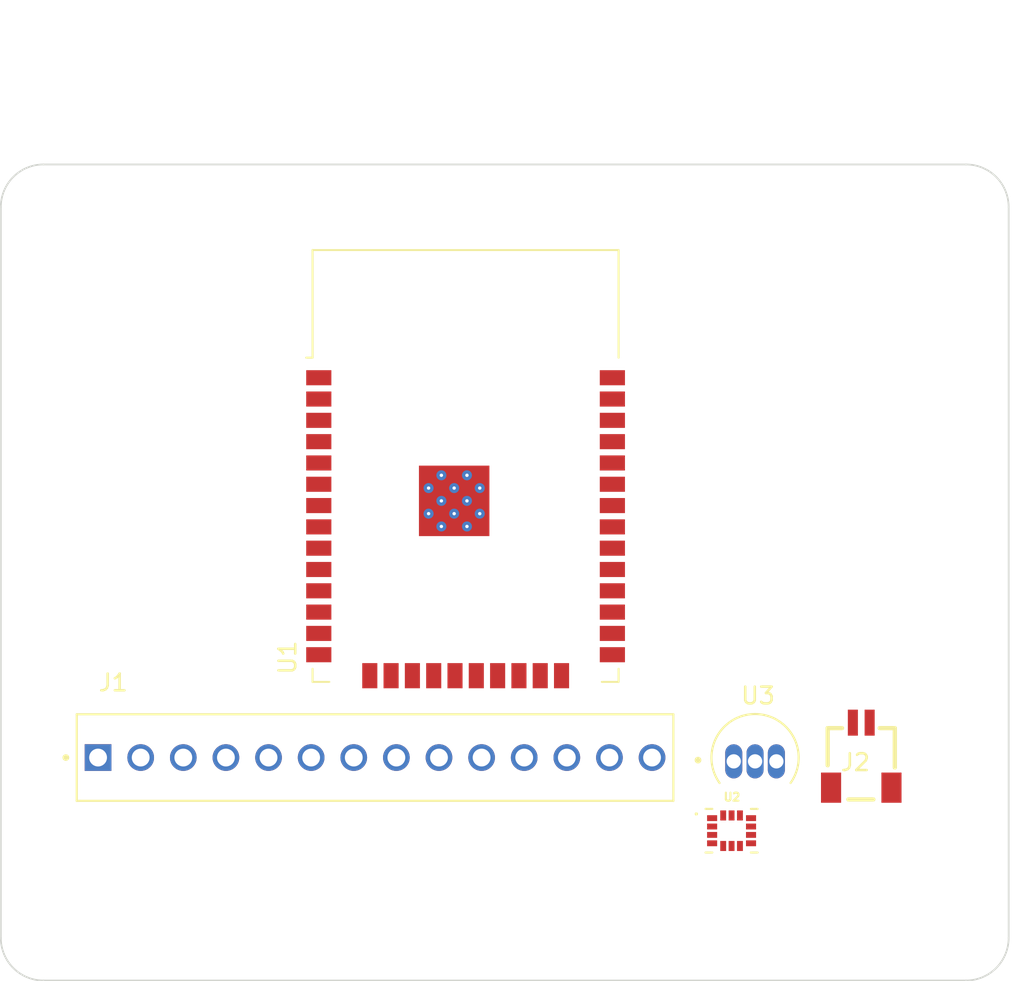
<source format=kicad_pcb>
(kicad_pcb (version 20221018) (generator pcbnew)
  (layers (0 "F.Cu" signal) (31 "B.Cu" signal) (34 "B.Paste" user) (35 "F.Paste" user) (36 "B.SilkS" user "B.Silkscreen") (37 "F.SilkS" user "F.Silkscreen") (38 "B.Mask" user) (39 "F.Mask" user) (44 "Edge.Cuts" user))
  (net 0 "")
  (net 1 "+3.3V")
  (net 2 "GND")
  (net 4 "MISO")
  (net 5 "MOSI")
  (net 6 "CLK")
  (net 7 "CS2")
  (net 9 "CS0")
  (net 10 "Net-(U3-IN)")
  (net 11 "3.3V")
  (net 34 "CS1")
  (net 36 "Net-(BZ1-+)")
  (footprint "LSM6DSMTR (1):PQFN50P300X250X86-14N" (layer "F.Cu") (at 149.474 106.451)
    (fp_text reference "U2" (at 0.024 -2.0048) (layer "F.SilkS") (effects (font (size 0.48 0.48))))
    (fp_text value "LSM6DSMTR")
    (fp_line (start -1.55 1.3) (end -1.15 1.3) (stroke (width 0.127)) (layer "F.SilkS"))
    (fp_line (start -1.15 -1.3) (end -1.55 -1.3) (stroke (width 0.127)) (layer "F.SilkS"))
    (fp_line (start 1.55 -1.3) (end 1.15 -1.3) (stroke (width 0.127)) (layer "F.SilkS"))
    (fp_line (start 1.55 1.3) (end 1.15 1.3) (stroke (width 0.127)) (layer "F.SilkS"))
    (fp_circle (center -2.1 -1) (end -2.05 -1) (stroke (width 0.1)) (fill none) (layer "F.SilkS"))
    (pad "1" smd rect (at -1.16 -0.75) (size 0.6 0.35) (layers "F.Cu" "F.Paste" "F.Mask") (net 4 "MISO"))
    (pad "2" smd rect (at -1.16 -0.25) (size 0.6 0.35) (layers "F.Cu" "F.Paste" "F.Mask") (net 2 "GND"))
    (pad "3" smd rect (at -1.16 0.25) (size 0.6 0.35) (layers "F.Cu" "F.Paste" "F.Mask") (net 2 "GND"))
    (pad "4" smd rect (at -1.16 0.75) (size 0.6 0.35) (layers "F.Cu" "F.Paste" "F.Mask"))
    (pad "5" smd rect (at -0.5 0.91 90) (size 0.6 0.35) (layers "F.Cu" "F.Paste" "F.Mask"))
    (pad "6" smd rect (at 0 0.91 90) (size 0.6 0.35) (layers "F.Cu" "F.Paste" "F.Mask") (net 2 "GND"))
    (pad "7" smd rect (at 0.5 0.91 90) (size 0.6 0.35) (layers "F.Cu" "F.Paste" "F.Mask") (net 2 "GND"))
    (pad "8" smd rect (at 1.16 0.75) (size 0.6 0.35) (layers "F.Cu" "F.Paste" "F.Mask") (net 1 "+3.3V"))
    (pad "9" smd rect (at 1.16 0.25) (size 0.6 0.35) (layers "F.Cu" "F.Paste" "F.Mask"))
    (pad "10" smd rect (at 1.16 -0.25) (size 0.6 0.35) (layers "F.Cu" "F.Paste" "F.Mask"))
    (pad "11" smd rect (at 1.16 -0.75) (size 0.6 0.35) (layers "F.Cu" "F.Paste" "F.Mask"))
    (pad "12" smd rect (at 0.5 -0.91 90) (size 0.6 0.35) (layers "F.Cu" "F.Paste" "F.Mask") (net 34 "CS1"))
    (pad "13" smd rect (at 0 -0.91 90) (size 0.6 0.35) (layers "F.Cu" "F.Paste" "F.Mask") (net 6 "CLK"))
    (pad "14" smd rect (at -0.5 -0.91 90) (size 0.6 0.35) (layers "F.Cu" "F.Paste" "F.Mask") (net 5 "MOSI"))
  )
  (footprint "SM02B-SRSS-TB_LF__SN_:SM02B-SRSS-TB_LF__SN_" (layer "F.Cu") (at 157.204 101.986)
    (fp_text reference "J2" (at -0.346857 0.390964) (layer "F.SilkS") (effects (font (size 1.00248 1.00248))))
    (fp_text value "SM02B-SRSS-TB_LF__SN_")
    (fp_line (start -2 -1.65) (end -2 0.563) (stroke (width 0.254)) (layer "F.SilkS"))
    (fp_line (start -2 -1.65) (end -1.145 -1.65) (stroke (width 0.254)) (layer "F.SilkS"))
    (fp_line (start -0.767 2.6) (end 0.722 2.6) (stroke (width 0.254)) (layer "F.SilkS"))
    (fp_line (start 2 -1.65) (end 1.1 -1.65) (stroke (width 0.254)) (layer "F.SilkS"))
    (fp_line (start 2 -1.65) (end 2 0.697) (stroke (width 0.254)) (layer "F.SilkS"))
    (pad "1" smd rect (at -0.5 -1.975 90) (size 1.55 0.6) (layers "F.Cu" "F.Paste" "F.Mask") (net 10 "Net-(U3-IN)"))
    (pad "2" smd rect (at 0.5 -1.975 90) (size 1.55 0.6) (layers "F.Cu" "F.Paste" "F.Mask") (net 2 "GND"))
    (pad "3" smd rect (at -1.8 1.9 90) (size 1.8 1.2) (layers "F.Cu" "F.Paste" "F.Mask"))
    (pad "4" smd rect (at 1.8 1.9 90) (size 1.8 1.2) (layers "F.Cu" "F.Paste" "F.Mask"))
  )
  (footprint "LP2950CZ-3.3_LFT3:TO92127P521H735-3" (layer "F.Cu") (at 150.874 101.541873)
    (fp_text reference "U3" (at 0.175 -3.135) (layer "F.SilkS"))
    (fp_text value "LP2950CZ-3.3_LFT3")
    (fp_arc (start -2.116 2.063) (mid 0 -2.045468) (end 2.116 2.063) (stroke (width 0.127)) (layer "F.SilkS"))
    (fp_circle (center -3.4 0.7) (end -3.3 0.7) (stroke (width 0.2)) (fill none) (layer "F.SilkS"))
    (pad "1" thru_hole oval (at -1.27 0.775) (size 1.016 2.032) (drill 0.85) (layers "*.Cu" "*.Mask") (net 11 "3.3V"))
    (pad "2" thru_hole oval (at 0 0.775) (size 1.016 2.032) (drill 0.85) (layers "*.Cu" "*.Mask") (net 2 "GND"))
    (pad "3" thru_hole oval (at 1.27 0.775) (size 1.016 2.032) (drill 0.85) (layers "*.Cu" "*.Mask") (net 10 "Net-(U3-IN)"))
  )
  (footprint "69167-114HLF:AMPHENOL_69167-114HLF" (layer "F.Cu") (at 128.224 102.091)
    (fp_text reference "J1" (at -15.605 -4.465) (layer "F.SilkS"))
    (fp_text value "69167-114HLF")
    (fp_line (start -17.78 2.58) (end -17.78 -2.58) (stroke (width 0.127)) (layer "F.SilkS"))
    (fp_line (start 17.78 -2.58) (end -17.78 -2.58) (stroke (width 0.127)) (layer "F.SilkS"))
    (fp_line (start 17.78 -2.58) (end 17.78 2.58) (stroke (width 0.127)) (layer "F.SilkS"))
    (fp_line (start 17.78 2.58) (end -17.78 2.58) (stroke (width 0.127)) (layer "F.SilkS"))
    (fp_circle (center -18.43 0) (end -18.33 0) (stroke (width 0.2)) (fill none) (layer "F.SilkS"))
    (pad "01" thru_hole rect (at -16.51 0) (size 1.59 1.59) (drill 1.06) (layers "*.Cu" "*.Mask") (net 1 "+3.3V"))
    (pad "02" thru_hole circle (at -13.97 0) (size 1.59 1.59) (drill 1.06) (layers "*.Cu" "*.Mask") (net 2 "GND"))
    (pad "03" thru_hole circle (at -11.43 0) (size 1.59 1.59) (drill 1.06) (layers "*.Cu" "*.Mask"))
    (pad "04" thru_hole circle (at -8.89 0) (size 1.59 1.59) (drill 1.06) (layers "*.Cu" "*.Mask") (net 4 "MISO"))
    (pad "05" thru_hole circle (at -6.35 0) (size 1.59 1.59) (drill 1.06) (layers "*.Cu" "*.Mask") (net 5 "MOSI"))
    (pad "06" thru_hole circle (at -3.81 0) (size 1.59 1.59) (drill 1.06) (layers "*.Cu" "*.Mask") (net 6 "CLK"))
    (pad "07" thru_hole circle (at -1.27 0) (size 1.59 1.59) (drill 1.06) (layers "*.Cu" "*.Mask") (net 7 "CS2"))
    (pad "08" thru_hole circle (at 1.27 0) (size 1.59 1.59) (drill 1.06) (layers "*.Cu" "*.Mask") (net 1 "+3.3V"))
    (pad "09" thru_hole circle (at 3.81 0) (size 1.59 1.59) (drill 1.06) (layers "*.Cu" "*.Mask") (net 2 "GND"))
    (pad "10" thru_hole circle (at 6.35 0) (size 1.59 1.59) (drill 1.06) (layers "*.Cu" "*.Mask"))
    (pad "11" thru_hole circle (at 8.89 0) (size 1.59 1.59) (drill 1.06) (layers "*.Cu" "*.Mask") (net 4 "MISO"))
    (pad "12" thru_hole circle (at 11.43 0) (size 1.59 1.59) (drill 1.06) (layers "*.Cu" "*.Mask") (net 5 "MOSI"))
    (pad "13" thru_hole circle (at 13.97 0) (size 1.59 1.59) (drill 1.06) (layers "*.Cu" "*.Mask") (net 6 "CLK"))
    (pad "14" thru_hole circle (at 16.51 0) (size 1.59 1.59) (drill 1.06) (layers "*.Cu" "*.Mask") (net 9 "CS0"))
  )
  (footprint "RF_Module:ESP32-WROOM-32" (layer "F.Cu") (at 133.619 87.701)
    (fp_text reference "U1" (at -10.61 8.43 90) (layer "F.SilkS"))
    (fp_text value "ESP32-WROOM-32")
    (fp_line (start -9.12 -15.86) (end -9.12 -9.445) (stroke (width 0.12)) (layer "F.SilkS"))
    (fp_line (start -9.12 -15.86) (end 9.12 -15.86) (stroke (width 0.12)) (layer "F.SilkS"))
    (fp_line (start -9.12 -9.445) (end -9.5 -9.445) (stroke (width 0.12)) (layer "F.SilkS"))
    (fp_line (start -9.12 9.1) (end -9.12 9.88) (stroke (width 0.12)) (layer "F.SilkS"))
    (fp_line (start -9.12 9.88) (end -8.12 9.88) (stroke (width 0.12)) (layer "F.SilkS"))
    (fp_line (start 9.12 -15.86) (end 9.12 -9.445) (stroke (width 0.12)) (layer "F.SilkS"))
    (fp_line (start 9.12 9.1) (end 9.12 9.88) (stroke (width 0.12)) (layer "F.SilkS"))
    (fp_line (start 9.12 9.88) (end 8.12 9.88) (stroke (width 0.12)) (layer "F.SilkS"))
    (pad "1" smd rect (at -8.75 -8.25) (size 1.5 0.9) (layers "F.Cu" "F.Paste" "F.Mask") (net 2 "GND"))
    (pad "2" smd rect (at -8.75 -6.98) (size 1.5 0.9) (layers "F.Cu" "F.Paste" "F.Mask") (net 11 "3.3V"))
    (pad "3" smd rect (at -8.75 -5.71) (size 1.5 0.9) (layers "F.Cu" "F.Paste" "F.Mask"))
    (pad "4" smd rect (at -8.75 -4.44) (size 1.5 0.9) (layers "F.Cu" "F.Paste" "F.Mask"))
    (pad "5" smd rect (at -8.75 -3.17) (size 1.5 0.9) (layers "F.Cu" "F.Paste" "F.Mask"))
    (pad "6" smd rect (at -8.75 -1.9) (size 1.5 0.9) (layers "F.Cu" "F.Paste" "F.Mask"))
    (pad "7" smd rect (at -8.75 -0.63) (size 1.5 0.9) (layers "F.Cu" "F.Paste" "F.Mask"))
    (pad "8" smd rect (at -8.75 0.64) (size 1.5 0.9) (layers "F.Cu" "F.Paste" "F.Mask"))
    (pad "9" smd rect (at -8.75 1.91) (size 1.5 0.9) (layers "F.Cu" "F.Paste" "F.Mask"))
    (pad "10" smd rect (at -8.75 3.18) (size 1.5 0.9) (layers "F.Cu" "F.Paste" "F.Mask"))
    (pad "11" smd rect (at -8.75 4.45) (size 1.5 0.9) (layers "F.Cu" "F.Paste" "F.Mask"))
    (pad "12" smd rect (at -8.75 5.72) (size 1.5 0.9) (layers "F.Cu" "F.Paste" "F.Mask"))
    (pad "13" smd rect (at -8.75 6.99) (size 1.5 0.9) (layers "F.Cu" "F.Paste" "F.Mask"))
    (pad "14" smd rect (at -8.75 8.26) (size 1.5 0.9) (layers "F.Cu" "F.Paste" "F.Mask"))
    (pad "15" smd rect (at -5.71 9.51 90) (size 1.5 0.9) (layers "F.Cu" "F.Paste" "F.Mask") (net 2 "GND"))
    (pad "16" smd rect (at -4.44 9.51 90) (size 1.5 0.9) (layers "F.Cu" "F.Paste" "F.Mask"))
    (pad "17" smd rect (at -3.17 9.51 90) (size 1.5 0.9) (layers "F.Cu" "F.Paste" "F.Mask"))
    (pad "18" smd rect (at -1.9 9.51 90) (size 1.5 0.9) (layers "F.Cu" "F.Paste" "F.Mask"))
    (pad "19" smd rect (at -0.63 9.51 90) (size 1.5 0.9) (layers "F.Cu" "F.Paste" "F.Mask"))
    (pad "20" smd rect (at 0.64 9.51 90) (size 1.5 0.9) (layers "F.Cu" "F.Paste" "F.Mask"))
    (pad "21" smd rect (at 1.91 9.51 90) (size 1.5 0.9) (layers "F.Cu" "F.Paste" "F.Mask"))
    (pad "22" smd rect (at 3.18 9.51 90) (size 1.5 0.9) (layers "F.Cu" "F.Paste" "F.Mask"))
    (pad "23" smd rect (at 4.45 9.51 90) (size 1.5 0.9) (layers "F.Cu" "F.Paste" "F.Mask") (net 5 "MOSI"))
    (pad "24" smd rect (at 5.72 9.51 90) (size 1.5 0.9) (layers "F.Cu" "F.Paste" "F.Mask"))
    (pad "25" smd rect (at 8.75 8.26) (size 1.5 0.9) (layers "F.Cu" "F.Paste" "F.Mask"))
    (pad "26" smd rect (at 8.75 6.99) (size 1.5 0.9) (layers "F.Cu" "F.Paste" "F.Mask"))
    (pad "27" smd rect (at 8.75 5.72) (size 1.5 0.9) (layers "F.Cu" "F.Paste" "F.Mask") (net 7 "CS2"))
    (pad "28" smd rect (at 8.75 4.45) (size 1.5 0.9) (layers "F.Cu" "F.Paste" "F.Mask") (net 34 "CS1"))
    (pad "29" smd rect (at 8.75 3.18) (size 1.5 0.9) (layers "F.Cu" "F.Paste" "F.Mask") (net 9 "CS0"))
    (pad "30" smd rect (at 8.75 1.91) (size 1.5 0.9) (layers "F.Cu" "F.Paste" "F.Mask") (net 6 "CLK"))
    (pad "31" smd rect (at 8.75 0.64) (size 1.5 0.9) (layers "F.Cu" "F.Paste" "F.Mask") (net 4 "MISO"))
    (pad "32" smd rect (at 8.75 -0.63) (size 1.5 0.9) (layers "F.Cu" "F.Paste" "F.Mask"))
    (pad "33" smd rect (at 8.75 -1.9) (size 1.5 0.9) (layers "F.Cu" "F.Paste" "F.Mask") (net 36 "Net-(BZ1-+)"))
    (pad "34" smd rect (at 8.75 -3.17) (size 1.5 0.9) (layers "F.Cu" "F.Paste" "F.Mask"))
    (pad "35" smd rect (at 8.75 -4.44) (size 1.5 0.9) (layers "F.Cu" "F.Paste" "F.Mask"))
    (pad "36" smd rect (at 8.75 -5.71) (size 1.5 0.9) (layers "F.Cu" "F.Paste" "F.Mask"))
    (pad "37" smd rect (at 8.75 -6.98) (size 1.5 0.9) (layers "F.Cu" "F.Paste" "F.Mask"))
    (pad "38" smd rect (at 8.75 -8.25) (size 1.5 0.9) (layers "F.Cu" "F.Paste" "F.Mask") (net 2 "GND"))
    (pad "39" smd rect (at -2.205 -2.435) (size 1.05 1.05) (layers "F.Cu" "F.Paste") (net 2 "GND"))
    (pad "39" thru_hole circle (at -2.205 -1.6725) (size 0.6 0.6) (drill 0.2) (property pad_prop_heatsink) (layers "*.Cu" "F.Mask") (net 2 "GND"))
    (pad "39" smd rect (at -2.205 -0.91) (size 1.05 1.05) (layers "F.Cu" "F.Paste") (net 2 "GND"))
    (pad "39" thru_hole circle (at -2.205 -0.1475) (size 0.6 0.6) (drill 0.2) (property pad_prop_heatsink) (layers "*.Cu" "F.Mask") (net 2 "GND"))
    (pad "39" smd rect (at -2.205 0.615) (size 1.05 1.05) (layers "F.Cu" "F.Paste") (net 2 "GND"))
    (pad "39" thru_hole circle (at -1.4425 -2.435) (size 0.6 0.6) (drill 0.2) (property pad_prop_heatsink) (layers "*.Cu" "F.Mask") (net 2 "GND"))
    (pad "39" thru_hole circle (at -1.4425 -0.91) (size 0.6 0.6) (drill 0.2) (property pad_prop_heatsink) (layers "*.Cu" "F.Mask") (net 2 "GND"))
    (pad "39" thru_hole circle (at -1.4425 0.615) (size 0.6 0.6) (drill 0.2) (property pad_prop_heatsink) (layers "*.Cu" "F.Mask") (net 2 "GND"))
    (pad "39" smd rect (at -0.68 -2.435) (size 1.05 1.05) (layers "F.Cu" "F.Paste") (net 2 "GND"))
    (pad "39" thru_hole circle (at -0.68 -1.6725) (size 0.6 0.6) (drill 0.2) (property pad_prop_heatsink) (layers "*.Cu" "F.Mask") (net 2 "GND"))
    (pad "39" smd rect (at -0.68 -0.91) (size 1.05 1.05) (layers "F.Cu" "F.Paste") (net 2 "GND"))
    (pad "39" smd rect (at -0.68 -0.91) (size 4.2 4.2) (layers "F.Cu" "F.Mask") (net 2 "GND"))
    (pad "39" thru_hole circle (at -0.68 -0.1475) (size 0.6 0.6) (drill 0.2) (property pad_prop_heatsink) (layers "*.Cu" "F.Mask") (net 2 "GND"))
    (pad "39" smd rect (at -0.68 0.615) (size 1.05 1.05) (layers "F.Cu" "F.Paste") (net 2 "GND"))
    (pad "39" thru_hole circle (at 0.0825 -2.435) (size 0.6 0.6) (drill 0.2) (property pad_prop_heatsink) (layers "*.Cu" "F.Mask") (net 2 "GND"))
    (pad "39" thru_hole circle (at 0.0825 -0.91) (size 0.6 0.6) (drill 0.2) (property pad_prop_heatsink) (layers "*.Cu" "F.Mask") (net 2 "GND"))
    (pad "39" thru_hole circle (at 0.0825 0.615) (size 0.6 0.6) (drill 0.2) (property pad_prop_heatsink) (layers "*.Cu" "F.Mask") (net 2 "GND"))
    (pad "39" smd rect (at 0.845 -2.435) (size 1.05 1.05) (layers "F.Cu" "F.Paste") (net 2 "GND"))
    (pad "39" thru_hole circle (at 0.845 -1.6725) (size 0.6 0.6) (drill 0.2) (property pad_prop_heatsink) (layers "*.Cu" "F.Mask") (net 2 "GND"))
    (pad "39" smd rect (at 0.845 -0.91) (size 1.05 1.05) (layers "F.Cu" "F.Paste") (net 2 "GND"))
    (pad "39" thru_hole circle (at 0.845 -0.1475) (size 0.6 0.6) (drill 0.2) (property pad_prop_heatsink) (layers "*.Cu" "F.Mask") (net 2 "GND"))
    (pad "39" smd rect (at 0.845 0.615) (size 1.05 1.05) (layers "F.Cu" "F.Paste") (net 2 "GND"))
  )
  (gr_line (start 108.458 115.3795) (end 163.449 115.3795) (stroke (width 0.1)) (layer "Edge.Cuts"))
  (gr_line (start 105.918 69.2785) (end 105.918 112.8395) (stroke (width 0.1)) (layer "Edge.Cuts"))
  (gr_arc (start 163.449 66.7385) (mid 165.245051 67.482449) (end 165.989 69.2785) (stroke (width 0.1)) (layer "Edge.Cuts"))
  (gr_arc (start 105.918 69.2785) (mid 106.661949 67.482449) (end 108.458 66.7385) (stroke (width 0.1)) (layer "Edge.Cuts"))
  (gr_line (start 108.458 66.7385) (end 163.449 66.7385) (stroke (width 0.1)) (layer "Edge.Cuts"))
  (gr_arc (start 108.458 115.3795) (mid 106.661949 114.635551) (end 105.918 112.8395) (stroke (width 0.1)) (layer "Edge.Cuts"))
  (gr_arc (start 165.989 112.8395) (mid 165.245051 114.635551) (end 163.449 115.3795) (stroke (width 0.1)) (layer "Edge.Cuts"))
  (gr_line (start 165.989 112.8395) (end 165.989 69.2785) (stroke (width 0.1)) (layer "Edge.Cuts"))
)
</source>
